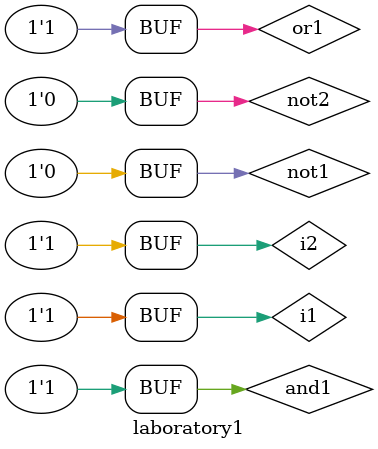
<source format=v>
module laboratory1;
    reg i1,i2;
    wire not1,not2,and1,or1;

    not(not1,i1);
    not(not2,i2);
    and(and1,i1,i2);
    or(or1,i1,i2);

    initial
        begin
            $dumpfile("laboratory1llanes.vcd");
	        $dumpvars(-1, i1,i2,not1,not2,and1,or1);
	        $monitor("%b", i1,i2,not1,not2,and1,or1);
        end
    initial begin
        #1 i1=0;
        #1 $display("NOT Gate");
        #1 $monitor("x=%b,n=%b",i1,not1);
        #1 i1=1;

        #1 i1=0; i2=0;
        #1 $display("AND Gate");
        #1 $monitor("x=%b,y=%b,n=%b",i1,i2,and1);
        #1 i1=0; i2=1;
        #1 i1=1; i2=0;
        #1 i1=1; i2=1;

        #1 i1=0; i2=0;
        #1 $display("OR Gate");
        #1 $monitor("x=%b,y=%b,n=%b",i1,i2,or1);
        #1 i1=0; i2=1;
        #1 i1=1; i2=0;
        #1 i1=1; i2=1;
    end
endmodule
</source>
